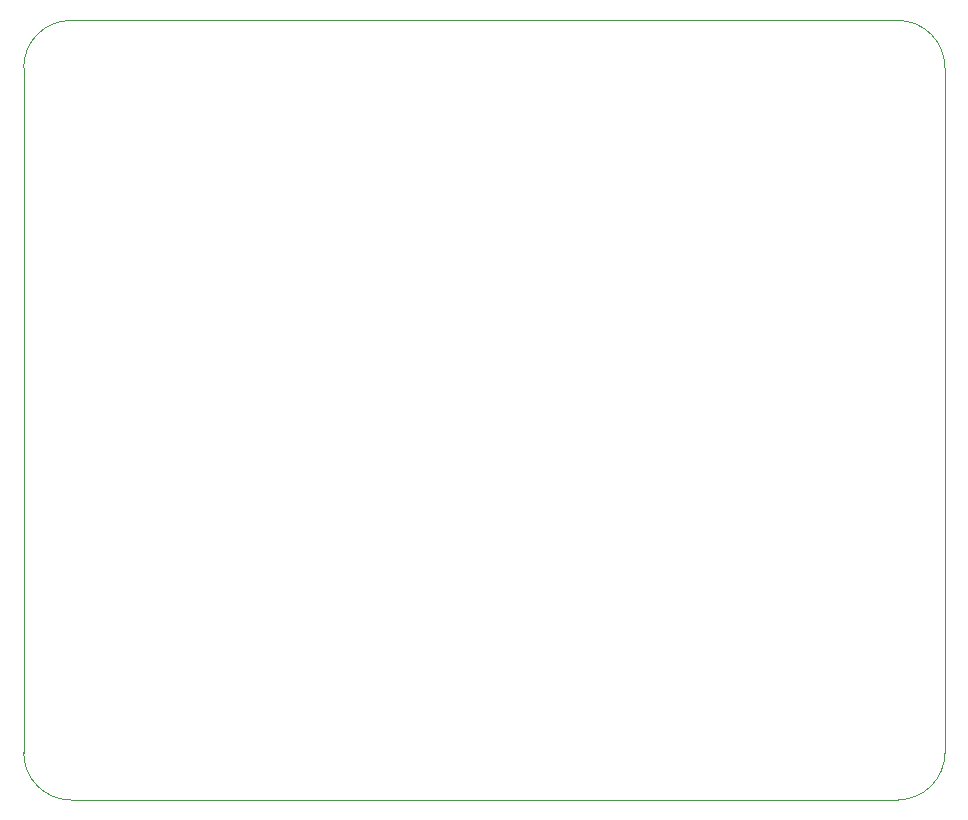
<source format=gbr>
%TF.GenerationSoftware,KiCad,Pcbnew,7.0.10*%
%TF.CreationDate,2024-03-09T05:04:33-09:00*%
%TF.ProjectId,SP_V.1.7.5_Board,53505f56-2e31-42e3-972e-355f426f6172,rev?*%
%TF.SameCoordinates,Original*%
%TF.FileFunction,Profile,NP*%
%FSLAX46Y46*%
G04 Gerber Fmt 4.6, Leading zero omitted, Abs format (unit mm)*
G04 Created by KiCad (PCBNEW 7.0.10) date 2024-03-09 05:04:33*
%MOMM*%
%LPD*%
G01*
G04 APERTURE LIST*
%TA.AperFunction,Profile*%
%ADD10C,0.100000*%
%TD*%
G04 APERTURE END LIST*
D10*
X179875000Y-57275000D02*
G75*
G03*
X175875000Y-53275000I-4000000J0D01*
G01*
X105875000Y-53275000D02*
G75*
G03*
X101875000Y-57275000I0J-4000000D01*
G01*
X101875000Y-57275000D02*
X101875000Y-115275000D01*
X105875000Y-53275000D02*
X175875000Y-53275000D01*
X105875000Y-119275000D02*
X175875000Y-119275000D01*
X175875000Y-119275000D02*
G75*
G03*
X179875000Y-115275000I0J4000000D01*
G01*
X101875000Y-115275000D02*
G75*
G03*
X105875000Y-119275000I4000000J0D01*
G01*
X179875000Y-57275000D02*
X179875000Y-115275000D01*
M02*

</source>
